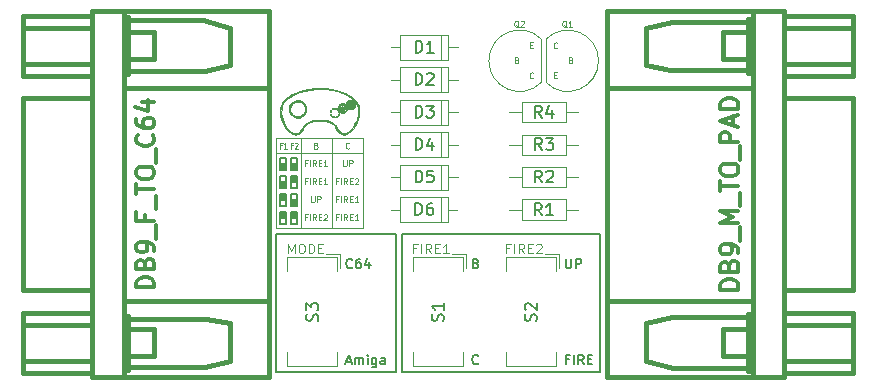
<source format=gto>
G04 #@! TF.GenerationSoftware,KiCad,Pcbnew,5.0.2-bee76a0~70~ubuntu16.04.1*
G04 #@! TF.CreationDate,2019-02-24T19:25:28+01:00*
G04 #@! TF.ProjectId,OpenC64MegaDrivePadAdapter,4f70656e-4336-4344-9d65-676144726976,5*
G04 #@! TF.SameCoordinates,Original*
G04 #@! TF.FileFunction,Legend,Top*
G04 #@! TF.FilePolarity,Positive*
%FSLAX46Y46*%
G04 Gerber Fmt 4.6, Leading zero omitted, Abs format (unit mm)*
G04 Created by KiCad (PCBNEW 5.0.2-bee76a0~70~ubuntu16.04.1) date dom 24 feb 2019 19:25:28 CET*
%MOMM*%
%LPD*%
G01*
G04 APERTURE LIST*
%ADD10C,0.100000*%
%ADD11C,0.075000*%
%ADD12C,0.200000*%
%ADD13C,0.150000*%
%ADD14C,0.010000*%
%ADD15C,0.120000*%
%ADD16C,0.381000*%
%ADD17C,0.304800*%
G04 APERTURE END LIST*
D10*
X169599457Y-93962180D02*
X169575648Y-93985989D01*
X169504219Y-94009799D01*
X169456600Y-94009799D01*
X169385172Y-93985989D01*
X169337553Y-93938370D01*
X169313743Y-93890751D01*
X169289934Y-93795513D01*
X169289934Y-93724085D01*
X169313743Y-93628847D01*
X169337553Y-93581228D01*
X169385172Y-93533609D01*
X169456600Y-93509799D01*
X169504219Y-93509799D01*
X169575648Y-93533609D01*
X169599457Y-93557418D01*
X169337553Y-91207894D02*
X169504219Y-91207894D01*
X169575648Y-91469799D02*
X169337553Y-91469799D01*
X169337553Y-90969799D01*
X169575648Y-90969799D01*
X168210410Y-92477894D02*
X168281838Y-92501704D01*
X168305648Y-92525513D01*
X168329457Y-92573132D01*
X168329457Y-92644561D01*
X168305648Y-92692180D01*
X168281838Y-92715989D01*
X168234219Y-92739799D01*
X168043743Y-92739799D01*
X168043743Y-92239799D01*
X168210410Y-92239799D01*
X168258029Y-92263609D01*
X168281838Y-92287418D01*
X168305648Y-92335037D01*
X168305648Y-92382656D01*
X168281838Y-92430275D01*
X168258029Y-92454085D01*
X168210410Y-92477894D01*
X168043743Y-92477894D01*
D11*
X150418895Y-105755285D02*
X150252228Y-105755285D01*
X150252228Y-106017190D02*
X150252228Y-105517190D01*
X150490323Y-105517190D01*
X150680800Y-106017190D02*
X150680800Y-105517190D01*
X151204609Y-106017190D02*
X151037942Y-105779095D01*
X150918895Y-106017190D02*
X150918895Y-105517190D01*
X151109371Y-105517190D01*
X151156990Y-105541000D01*
X151180800Y-105564809D01*
X151204609Y-105612428D01*
X151204609Y-105683857D01*
X151180800Y-105731476D01*
X151156990Y-105755285D01*
X151109371Y-105779095D01*
X150918895Y-105779095D01*
X151418895Y-105755285D02*
X151585561Y-105755285D01*
X151656990Y-106017190D02*
X151418895Y-106017190D01*
X151418895Y-105517190D01*
X151656990Y-105517190D01*
X151847466Y-105564809D02*
X151871276Y-105541000D01*
X151918895Y-105517190D01*
X152037942Y-105517190D01*
X152085561Y-105541000D01*
X152109371Y-105564809D01*
X152133180Y-105612428D01*
X152133180Y-105660047D01*
X152109371Y-105731476D01*
X151823657Y-106017190D01*
X152133180Y-106017190D01*
X153060495Y-105755285D02*
X152893828Y-105755285D01*
X152893828Y-106017190D02*
X152893828Y-105517190D01*
X153131923Y-105517190D01*
X153322400Y-106017190D02*
X153322400Y-105517190D01*
X153846209Y-106017190D02*
X153679542Y-105779095D01*
X153560495Y-106017190D02*
X153560495Y-105517190D01*
X153750971Y-105517190D01*
X153798590Y-105541000D01*
X153822400Y-105564809D01*
X153846209Y-105612428D01*
X153846209Y-105683857D01*
X153822400Y-105731476D01*
X153798590Y-105755285D01*
X153750971Y-105779095D01*
X153560495Y-105779095D01*
X154060495Y-105755285D02*
X154227161Y-105755285D01*
X154298590Y-106017190D02*
X154060495Y-106017190D01*
X154060495Y-105517190D01*
X154298590Y-105517190D01*
X154774780Y-106017190D02*
X154489066Y-106017190D01*
X154631923Y-106017190D02*
X154631923Y-105517190D01*
X154584304Y-105588619D01*
X154536685Y-105636238D01*
X154489066Y-105660047D01*
X150787942Y-103993190D02*
X150787942Y-104397952D01*
X150811752Y-104445571D01*
X150835561Y-104469380D01*
X150883180Y-104493190D01*
X150978419Y-104493190D01*
X151026038Y-104469380D01*
X151049847Y-104445571D01*
X151073657Y-104397952D01*
X151073657Y-103993190D01*
X151311752Y-104493190D02*
X151311752Y-103993190D01*
X151502228Y-103993190D01*
X151549847Y-104017000D01*
X151573657Y-104040809D01*
X151597466Y-104088428D01*
X151597466Y-104159857D01*
X151573657Y-104207476D01*
X151549847Y-104231285D01*
X151502228Y-104255095D01*
X151311752Y-104255095D01*
X153060495Y-104231285D02*
X152893828Y-104231285D01*
X152893828Y-104493190D02*
X152893828Y-103993190D01*
X153131923Y-103993190D01*
X153322400Y-104493190D02*
X153322400Y-103993190D01*
X153846209Y-104493190D02*
X153679542Y-104255095D01*
X153560495Y-104493190D02*
X153560495Y-103993190D01*
X153750971Y-103993190D01*
X153798590Y-104017000D01*
X153822400Y-104040809D01*
X153846209Y-104088428D01*
X153846209Y-104159857D01*
X153822400Y-104207476D01*
X153798590Y-104231285D01*
X153750971Y-104255095D01*
X153560495Y-104255095D01*
X154060495Y-104231285D02*
X154227161Y-104231285D01*
X154298590Y-104493190D02*
X154060495Y-104493190D01*
X154060495Y-103993190D01*
X154298590Y-103993190D01*
X154774780Y-104493190D02*
X154489066Y-104493190D01*
X154631923Y-104493190D02*
X154631923Y-103993190D01*
X154584304Y-104064619D01*
X154536685Y-104112238D01*
X154489066Y-104136047D01*
X153060495Y-102707285D02*
X152893828Y-102707285D01*
X152893828Y-102969190D02*
X152893828Y-102469190D01*
X153131923Y-102469190D01*
X153322400Y-102969190D02*
X153322400Y-102469190D01*
X153846209Y-102969190D02*
X153679542Y-102731095D01*
X153560495Y-102969190D02*
X153560495Y-102469190D01*
X153750971Y-102469190D01*
X153798590Y-102493000D01*
X153822400Y-102516809D01*
X153846209Y-102564428D01*
X153846209Y-102635857D01*
X153822400Y-102683476D01*
X153798590Y-102707285D01*
X153750971Y-102731095D01*
X153560495Y-102731095D01*
X154060495Y-102707285D02*
X154227161Y-102707285D01*
X154298590Y-102969190D02*
X154060495Y-102969190D01*
X154060495Y-102469190D01*
X154298590Y-102469190D01*
X154489066Y-102516809D02*
X154512876Y-102493000D01*
X154560495Y-102469190D01*
X154679542Y-102469190D01*
X154727161Y-102493000D01*
X154750971Y-102516809D01*
X154774780Y-102564428D01*
X154774780Y-102612047D01*
X154750971Y-102683476D01*
X154465257Y-102969190D01*
X154774780Y-102969190D01*
X150418895Y-102707285D02*
X150252228Y-102707285D01*
X150252228Y-102969190D02*
X150252228Y-102469190D01*
X150490323Y-102469190D01*
X150680800Y-102969190D02*
X150680800Y-102469190D01*
X151204609Y-102969190D02*
X151037942Y-102731095D01*
X150918895Y-102969190D02*
X150918895Y-102469190D01*
X151109371Y-102469190D01*
X151156990Y-102493000D01*
X151180800Y-102516809D01*
X151204609Y-102564428D01*
X151204609Y-102635857D01*
X151180800Y-102683476D01*
X151156990Y-102707285D01*
X151109371Y-102731095D01*
X150918895Y-102731095D01*
X151418895Y-102707285D02*
X151585561Y-102707285D01*
X151656990Y-102969190D02*
X151418895Y-102969190D01*
X151418895Y-102469190D01*
X151656990Y-102469190D01*
X152133180Y-102969190D02*
X151847466Y-102969190D01*
X151990323Y-102969190D02*
X151990323Y-102469190D01*
X151942704Y-102540619D01*
X151895085Y-102588238D01*
X151847466Y-102612047D01*
X153493042Y-100945190D02*
X153493042Y-101349952D01*
X153516852Y-101397571D01*
X153540661Y-101421380D01*
X153588280Y-101445190D01*
X153683519Y-101445190D01*
X153731138Y-101421380D01*
X153754947Y-101397571D01*
X153778757Y-101349952D01*
X153778757Y-100945190D01*
X154016852Y-101445190D02*
X154016852Y-100945190D01*
X154207328Y-100945190D01*
X154254947Y-100969000D01*
X154278757Y-100992809D01*
X154302566Y-101040428D01*
X154302566Y-101111857D01*
X154278757Y-101159476D01*
X154254947Y-101183285D01*
X154207328Y-101207095D01*
X154016852Y-101207095D01*
X150418895Y-101183285D02*
X150252228Y-101183285D01*
X150252228Y-101445190D02*
X150252228Y-100945190D01*
X150490323Y-100945190D01*
X150680800Y-101445190D02*
X150680800Y-100945190D01*
X151204609Y-101445190D02*
X151037942Y-101207095D01*
X150918895Y-101445190D02*
X150918895Y-100945190D01*
X151109371Y-100945190D01*
X151156990Y-100969000D01*
X151180800Y-100992809D01*
X151204609Y-101040428D01*
X151204609Y-101111857D01*
X151180800Y-101159476D01*
X151156990Y-101183285D01*
X151109371Y-101207095D01*
X150918895Y-101207095D01*
X151418895Y-101183285D02*
X151585561Y-101183285D01*
X151656990Y-101445190D02*
X151418895Y-101445190D01*
X151418895Y-100945190D01*
X151656990Y-100945190D01*
X152133180Y-101445190D02*
X151847466Y-101445190D01*
X151990323Y-101445190D02*
X151990323Y-100945190D01*
X151942704Y-101016619D01*
X151895085Y-101064238D01*
X151847466Y-101088047D01*
D10*
X152527000Y-99060000D02*
X152527000Y-106680000D01*
D12*
X149085300Y-101219000D02*
X149593300Y-101727000D01*
X149212300Y-101600000D02*
X149593300Y-101219000D01*
X148183600Y-101219000D02*
X148691600Y-101727000D01*
X148691600Y-101219000D02*
X148183600Y-101727000D01*
X148183600Y-102743000D02*
X148691600Y-103251000D01*
X148691600Y-102743000D02*
X148183600Y-103251000D01*
X148183600Y-104267000D02*
X148691600Y-103759000D01*
X148691600Y-104267000D02*
X148183600Y-103759000D01*
X149593300Y-104775000D02*
X149085300Y-104267000D01*
X149085300Y-104775000D02*
X149593300Y-104267000D01*
X149593300Y-104775000D02*
X149212300Y-104775000D01*
X148691600Y-101219000D02*
X148183600Y-101219000D01*
X149085300Y-101727000D02*
X149593300Y-101727000D01*
X149593300Y-101727000D02*
X149593300Y-100711000D01*
X149593300Y-100711000D02*
X149339300Y-100711000D01*
X149593300Y-101219000D02*
X149593300Y-100965000D01*
X149085300Y-100711000D02*
X149085300Y-101727000D01*
X148183600Y-101219000D02*
X148691600Y-101219000D01*
X148691600Y-101727000D02*
X148691600Y-100711000D01*
X149593300Y-101219000D02*
X149085300Y-101219000D01*
X148691600Y-101219000D02*
X148691600Y-100965000D01*
X148183600Y-100711000D02*
X148183600Y-101219000D01*
X148183600Y-101727000D02*
X148691600Y-101727000D01*
X149085300Y-100711000D02*
X149085300Y-101219000D01*
X148691600Y-100711000D02*
X148437600Y-100711000D01*
X148183600Y-100711000D02*
X148183600Y-101727000D01*
X148437600Y-100711000D02*
X148183600Y-100711000D01*
X149339300Y-100711000D02*
X149085300Y-100711000D01*
X149085300Y-101219000D02*
X149593300Y-101219000D01*
X148437600Y-102235000D02*
X148183600Y-102235000D01*
X149085300Y-102743000D02*
X149593300Y-102743000D01*
X148183600Y-102235000D02*
X148183600Y-102743000D01*
X148691600Y-102743000D02*
X148691600Y-102489000D01*
X149085300Y-102235000D02*
X149593300Y-102743000D01*
X148691600Y-102743000D02*
X148183600Y-102743000D01*
X149593300Y-103251000D02*
X149593300Y-102235000D01*
X149085300Y-102235000D02*
X149085300Y-103251000D01*
X148183600Y-102235000D02*
X148183600Y-103251000D01*
X149085300Y-102743000D02*
X149593300Y-102235000D01*
X149593300Y-102743000D02*
X149085300Y-102743000D01*
X149085300Y-102235000D02*
X149085300Y-102743000D01*
X148183600Y-102743000D02*
X148691600Y-102743000D01*
X148183600Y-103251000D02*
X148691600Y-103251000D01*
X149339300Y-102235000D02*
X149085300Y-102235000D01*
X148691600Y-102235000D02*
X148437600Y-102235000D01*
X149085300Y-103251000D02*
X149593300Y-103251000D01*
X148691600Y-103251000D02*
X148691600Y-102235000D01*
X149593300Y-102743000D02*
X149593300Y-102489000D01*
X149593300Y-102235000D02*
X149339300Y-102235000D01*
X148691600Y-103759000D02*
X148437600Y-103759000D01*
X148437600Y-103759000D02*
X148183600Y-103759000D01*
X149593300Y-104267000D02*
X149085300Y-104267000D01*
X149085300Y-103759000D02*
X149085300Y-104267000D01*
X148691600Y-104775000D02*
X148691600Y-103759000D01*
X149593300Y-104775000D02*
X149593300Y-103759000D01*
X148183600Y-104775000D02*
X148691600Y-104775000D01*
X149085300Y-103759000D02*
X149085300Y-104775000D01*
X148691600Y-104267000D02*
X148183600Y-104267000D01*
X148183600Y-103759000D02*
X148183600Y-104775000D01*
X149085300Y-104267000D02*
X149593300Y-104267000D01*
X148183600Y-104267000D02*
X148691600Y-104267000D01*
X148183600Y-103759000D02*
X148183600Y-104267000D01*
X149593300Y-103759000D02*
X149339300Y-103759000D01*
X149085300Y-104775000D02*
X149593300Y-104775000D01*
X149339300Y-103759000D02*
X149085300Y-103759000D01*
X148691600Y-104267000D02*
X148691600Y-104013000D01*
X149593300Y-104267000D02*
X149593300Y-104013000D01*
X149593300Y-105283000D02*
X149339300Y-105283000D01*
X149339300Y-105283000D02*
X149085300Y-105283000D01*
X149593300Y-106299000D02*
X149593300Y-105283000D01*
X149085300Y-105791000D02*
X149593300Y-105283000D01*
X149085300Y-105283000D02*
X149593300Y-105791000D01*
X149085300Y-106299000D02*
X149593300Y-106299000D01*
X149593300Y-105791000D02*
X149085300Y-105791000D01*
X149085300Y-105283000D02*
X149085300Y-106299000D01*
X149085300Y-105791000D02*
X149593300Y-105791000D01*
X149085300Y-105283000D02*
X149085300Y-105791000D01*
X149593300Y-105791000D02*
X149593300Y-105537000D01*
X148183600Y-105791000D02*
X148691600Y-105283000D01*
X148691600Y-105791000D02*
X148183600Y-105791000D01*
X148183600Y-105283000D02*
X148691600Y-105791000D01*
X148691600Y-105791000D02*
X148691600Y-105537000D01*
X148183600Y-105791000D02*
X148691600Y-105791000D01*
X148183600Y-105283000D02*
X148183600Y-105791000D01*
X148437600Y-105283000D02*
X148183600Y-105283000D01*
X148691600Y-105283000D02*
X148437600Y-105283000D01*
X148691600Y-106299000D02*
X148691600Y-105283000D01*
X148183600Y-106299000D02*
X148691600Y-106299000D01*
X148183600Y-105283000D02*
X148183600Y-106299000D01*
D10*
X147828000Y-100330000D02*
X155194000Y-100330000D01*
X149910800Y-99060000D02*
X149910800Y-106680000D01*
X154027961Y-99898971D02*
X154004152Y-99922780D01*
X153932723Y-99946590D01*
X153885104Y-99946590D01*
X153813676Y-99922780D01*
X153766057Y-99875161D01*
X153742247Y-99827542D01*
X153718438Y-99732304D01*
X153718438Y-99660876D01*
X153742247Y-99565638D01*
X153766057Y-99518019D01*
X153813676Y-99470400D01*
X153885104Y-99446590D01*
X153932723Y-99446590D01*
X154004152Y-99470400D01*
X154027961Y-99494209D01*
X151216514Y-99684685D02*
X151287942Y-99708495D01*
X151311752Y-99732304D01*
X151335561Y-99779923D01*
X151335561Y-99851352D01*
X151311752Y-99898971D01*
X151287942Y-99922780D01*
X151240323Y-99946590D01*
X151049847Y-99946590D01*
X151049847Y-99446590D01*
X151216514Y-99446590D01*
X151264133Y-99470400D01*
X151287942Y-99494209D01*
X151311752Y-99541828D01*
X151311752Y-99589447D01*
X151287942Y-99637066D01*
X151264133Y-99660876D01*
X151216514Y-99684685D01*
X151049847Y-99684685D01*
D11*
X149218666Y-99684685D02*
X149085333Y-99684685D01*
X149085333Y-99946590D02*
X149085333Y-99446590D01*
X149275809Y-99446590D01*
X149409142Y-99494209D02*
X149428190Y-99470400D01*
X149466285Y-99446590D01*
X149561523Y-99446590D01*
X149599619Y-99470400D01*
X149618666Y-99494209D01*
X149637714Y-99541828D01*
X149637714Y-99589447D01*
X149618666Y-99660876D01*
X149390095Y-99946590D01*
X149637714Y-99946590D01*
X148304266Y-99684685D02*
X148170933Y-99684685D01*
X148170933Y-99946590D02*
X148170933Y-99446590D01*
X148361409Y-99446590D01*
X148723314Y-99946590D02*
X148494742Y-99946590D01*
X148609028Y-99946590D02*
X148609028Y-99446590D01*
X148570933Y-99518019D01*
X148532838Y-99565638D01*
X148494742Y-99589447D01*
D10*
X147828000Y-106680000D02*
X147828000Y-99060000D01*
X155194000Y-106680000D02*
X147828000Y-106680000D01*
X155194000Y-99060000D02*
X155194000Y-106680000D01*
X147828000Y-99060000D02*
X155194000Y-99060000D01*
X171369553Y-93747894D02*
X171536219Y-93747894D01*
X171607648Y-94009799D02*
X171369553Y-94009799D01*
X171369553Y-93509799D01*
X171607648Y-93509799D01*
X172782410Y-92477894D02*
X172853838Y-92501704D01*
X172877648Y-92525513D01*
X172901457Y-92573132D01*
X172901457Y-92644561D01*
X172877648Y-92692180D01*
X172853838Y-92715989D01*
X172806219Y-92739799D01*
X172615743Y-92739799D01*
X172615743Y-92239799D01*
X172782410Y-92239799D01*
X172830029Y-92263609D01*
X172853838Y-92287418D01*
X172877648Y-92335037D01*
X172877648Y-92382656D01*
X172853838Y-92430275D01*
X172830029Y-92454085D01*
X172782410Y-92477894D01*
X172615743Y-92477894D01*
X171631457Y-91422180D02*
X171607648Y-91445989D01*
X171536219Y-91469799D01*
X171488600Y-91469799D01*
X171417172Y-91445989D01*
X171369553Y-91398370D01*
X171345743Y-91350751D01*
X171321934Y-91255513D01*
X171321934Y-91184085D01*
X171345743Y-91088847D01*
X171369553Y-91041228D01*
X171417172Y-90993609D01*
X171488600Y-90969799D01*
X171536219Y-90969799D01*
X171607648Y-90993609D01*
X171631457Y-91017418D01*
X148841285Y-108815904D02*
X148841285Y-108015904D01*
X149107952Y-108587333D01*
X149374619Y-108015904D01*
X149374619Y-108815904D01*
X149907952Y-108015904D02*
X150060333Y-108015904D01*
X150136523Y-108054000D01*
X150212714Y-108130190D01*
X150250809Y-108282571D01*
X150250809Y-108549238D01*
X150212714Y-108701619D01*
X150136523Y-108777809D01*
X150060333Y-108815904D01*
X149907952Y-108815904D01*
X149831761Y-108777809D01*
X149755571Y-108701619D01*
X149717476Y-108549238D01*
X149717476Y-108282571D01*
X149755571Y-108130190D01*
X149831761Y-108054000D01*
X149907952Y-108015904D01*
X150593666Y-108815904D02*
X150593666Y-108015904D01*
X150784142Y-108015904D01*
X150898428Y-108054000D01*
X150974619Y-108130190D01*
X151012714Y-108206380D01*
X151050809Y-108358761D01*
X151050809Y-108473047D01*
X151012714Y-108625428D01*
X150974619Y-108701619D01*
X150898428Y-108777809D01*
X150784142Y-108815904D01*
X150593666Y-108815904D01*
X151393666Y-108396857D02*
X151660333Y-108396857D01*
X151774619Y-108815904D02*
X151393666Y-108815904D01*
X151393666Y-108015904D01*
X151774619Y-108015904D01*
D13*
X153765880Y-117989333D02*
X154146833Y-117989333D01*
X153689690Y-118217904D02*
X153956357Y-117417904D01*
X154223023Y-118217904D01*
X154489690Y-118217904D02*
X154489690Y-117684571D01*
X154489690Y-117760761D02*
X154527785Y-117722666D01*
X154603976Y-117684571D01*
X154718261Y-117684571D01*
X154794452Y-117722666D01*
X154832547Y-117798857D01*
X154832547Y-118217904D01*
X154832547Y-117798857D02*
X154870642Y-117722666D01*
X154946833Y-117684571D01*
X155061119Y-117684571D01*
X155137309Y-117722666D01*
X155175404Y-117798857D01*
X155175404Y-118217904D01*
X155556357Y-118217904D02*
X155556357Y-117684571D01*
X155556357Y-117417904D02*
X155518261Y-117456000D01*
X155556357Y-117494095D01*
X155594452Y-117456000D01*
X155556357Y-117417904D01*
X155556357Y-117494095D01*
X156280166Y-117684571D02*
X156280166Y-118332190D01*
X156242071Y-118408380D01*
X156203976Y-118446476D01*
X156127785Y-118484571D01*
X156013500Y-118484571D01*
X155937309Y-118446476D01*
X156280166Y-118179809D02*
X156203976Y-118217904D01*
X156051595Y-118217904D01*
X155975404Y-118179809D01*
X155937309Y-118141714D01*
X155899214Y-118065523D01*
X155899214Y-117836952D01*
X155937309Y-117760761D01*
X155975404Y-117722666D01*
X156051595Y-117684571D01*
X156203976Y-117684571D01*
X156280166Y-117722666D01*
X157003976Y-118217904D02*
X157003976Y-117798857D01*
X156965880Y-117722666D01*
X156889690Y-117684571D01*
X156737309Y-117684571D01*
X156661119Y-117722666D01*
X157003976Y-118179809D02*
X156927785Y-118217904D01*
X156737309Y-118217904D01*
X156661119Y-118179809D01*
X156623023Y-118103619D01*
X156623023Y-118027428D01*
X156661119Y-117951238D01*
X156737309Y-117913142D01*
X156927785Y-117913142D01*
X157003976Y-117875047D01*
X154261119Y-110013714D02*
X154223023Y-110051809D01*
X154108738Y-110089904D01*
X154032547Y-110089904D01*
X153918261Y-110051809D01*
X153842071Y-109975619D01*
X153803976Y-109899428D01*
X153765880Y-109747047D01*
X153765880Y-109632761D01*
X153803976Y-109480380D01*
X153842071Y-109404190D01*
X153918261Y-109328000D01*
X154032547Y-109289904D01*
X154108738Y-109289904D01*
X154223023Y-109328000D01*
X154261119Y-109366095D01*
X154946833Y-109289904D02*
X154794452Y-109289904D01*
X154718261Y-109328000D01*
X154680166Y-109366095D01*
X154603976Y-109480380D01*
X154565880Y-109632761D01*
X154565880Y-109937523D01*
X154603976Y-110013714D01*
X154642071Y-110051809D01*
X154718261Y-110089904D01*
X154870642Y-110089904D01*
X154946833Y-110051809D01*
X154984928Y-110013714D01*
X155023023Y-109937523D01*
X155023023Y-109747047D01*
X154984928Y-109670857D01*
X154946833Y-109632761D01*
X154870642Y-109594666D01*
X154718261Y-109594666D01*
X154642071Y-109632761D01*
X154603976Y-109670857D01*
X154565880Y-109747047D01*
X155708738Y-109556571D02*
X155708738Y-110089904D01*
X155518261Y-109251809D02*
X155327785Y-109823238D01*
X155823023Y-109823238D01*
D12*
X157988000Y-107188000D02*
X147828000Y-107188000D01*
X157988000Y-118872000D02*
X157988000Y-107188000D01*
X147828000Y-118872000D02*
X157988000Y-118872000D01*
X147828000Y-107188000D02*
X147828000Y-118872000D01*
D13*
X172612642Y-117798857D02*
X172345976Y-117798857D01*
X172345976Y-118217904D02*
X172345976Y-117417904D01*
X172726928Y-117417904D01*
X173031690Y-118217904D02*
X173031690Y-117417904D01*
X173869785Y-118217904D02*
X173603119Y-117836952D01*
X173412642Y-118217904D02*
X173412642Y-117417904D01*
X173717404Y-117417904D01*
X173793595Y-117456000D01*
X173831690Y-117494095D01*
X173869785Y-117570285D01*
X173869785Y-117684571D01*
X173831690Y-117760761D01*
X173793595Y-117798857D01*
X173717404Y-117836952D01*
X173412642Y-117836952D01*
X174212642Y-117798857D02*
X174479309Y-117798857D01*
X174593595Y-118217904D02*
X174212642Y-118217904D01*
X174212642Y-117417904D01*
X174593595Y-117417904D01*
X172345976Y-109289904D02*
X172345976Y-109937523D01*
X172384071Y-110013714D01*
X172422166Y-110051809D01*
X172498357Y-110089904D01*
X172650738Y-110089904D01*
X172726928Y-110051809D01*
X172765023Y-110013714D01*
X172803119Y-109937523D01*
X172803119Y-109289904D01*
X173184071Y-110089904D02*
X173184071Y-109289904D01*
X173488833Y-109289904D01*
X173565023Y-109328000D01*
X173603119Y-109366095D01*
X173641214Y-109442285D01*
X173641214Y-109556571D01*
X173603119Y-109632761D01*
X173565023Y-109670857D01*
X173488833Y-109708952D01*
X173184071Y-109708952D01*
D10*
X167573761Y-108396857D02*
X167307095Y-108396857D01*
X167307095Y-108815904D02*
X167307095Y-108015904D01*
X167688047Y-108015904D01*
X167992809Y-108815904D02*
X167992809Y-108015904D01*
X168830904Y-108815904D02*
X168564238Y-108434952D01*
X168373761Y-108815904D02*
X168373761Y-108015904D01*
X168678523Y-108015904D01*
X168754714Y-108054000D01*
X168792809Y-108092095D01*
X168830904Y-108168285D01*
X168830904Y-108282571D01*
X168792809Y-108358761D01*
X168754714Y-108396857D01*
X168678523Y-108434952D01*
X168373761Y-108434952D01*
X169173761Y-108396857D02*
X169440428Y-108396857D01*
X169554714Y-108815904D02*
X169173761Y-108815904D01*
X169173761Y-108015904D01*
X169554714Y-108015904D01*
X169859476Y-108092095D02*
X169897571Y-108054000D01*
X169973761Y-108015904D01*
X170164238Y-108015904D01*
X170240428Y-108054000D01*
X170278523Y-108092095D01*
X170316619Y-108168285D01*
X170316619Y-108244476D01*
X170278523Y-108358761D01*
X169821380Y-108815904D01*
X170316619Y-108815904D01*
D13*
X164929119Y-118141714D02*
X164891023Y-118179809D01*
X164776738Y-118217904D01*
X164700547Y-118217904D01*
X164586261Y-118179809D01*
X164510071Y-118103619D01*
X164471976Y-118027428D01*
X164433880Y-117875047D01*
X164433880Y-117760761D01*
X164471976Y-117608380D01*
X164510071Y-117532190D01*
X164586261Y-117456000D01*
X164700547Y-117417904D01*
X164776738Y-117417904D01*
X164891023Y-117456000D01*
X164929119Y-117494095D01*
X164738642Y-109670857D02*
X164852928Y-109708952D01*
X164891023Y-109747047D01*
X164929119Y-109823238D01*
X164929119Y-109937523D01*
X164891023Y-110013714D01*
X164852928Y-110051809D01*
X164776738Y-110089904D01*
X164471976Y-110089904D01*
X164471976Y-109289904D01*
X164738642Y-109289904D01*
X164814833Y-109328000D01*
X164852928Y-109366095D01*
X164891023Y-109442285D01*
X164891023Y-109518476D01*
X164852928Y-109594666D01*
X164814833Y-109632761D01*
X164738642Y-109670857D01*
X164471976Y-109670857D01*
D10*
X159699761Y-108396857D02*
X159433095Y-108396857D01*
X159433095Y-108815904D02*
X159433095Y-108015904D01*
X159814047Y-108015904D01*
X160118809Y-108815904D02*
X160118809Y-108015904D01*
X160956904Y-108815904D02*
X160690238Y-108434952D01*
X160499761Y-108815904D02*
X160499761Y-108015904D01*
X160804523Y-108015904D01*
X160880714Y-108054000D01*
X160918809Y-108092095D01*
X160956904Y-108168285D01*
X160956904Y-108282571D01*
X160918809Y-108358761D01*
X160880714Y-108396857D01*
X160804523Y-108434952D01*
X160499761Y-108434952D01*
X161299761Y-108396857D02*
X161566428Y-108396857D01*
X161680714Y-108815904D02*
X161299761Y-108815904D01*
X161299761Y-108015904D01*
X161680714Y-108015904D01*
X162442619Y-108815904D02*
X161985476Y-108815904D01*
X162214047Y-108815904D02*
X162214047Y-108015904D01*
X162137857Y-108130190D01*
X162061666Y-108206380D01*
X161985476Y-108244476D01*
D12*
X175260000Y-107188000D02*
X158496000Y-107188000D01*
X175260000Y-118872000D02*
X175260000Y-107188000D01*
X158496000Y-118872000D02*
X175260000Y-118872000D01*
X158496000Y-107188000D02*
X158496000Y-118872000D01*
D13*
G04 #@! TO.C,V1*
X154135323Y-96212660D02*
G75*
G03X154135323Y-96212660I-25903J0D01*
G01*
X154233094Y-96205040D02*
G75*
G03X154233094Y-96205040I-118594J0D01*
G01*
X154367201Y-96205040D02*
G75*
G03X154367201Y-96205040I-250161J0D01*
G01*
X153444651Y-96499680D02*
G75*
G03X153444651Y-96499680I-18491J0D01*
G01*
X153540460Y-96507300D02*
G75*
G03X153540460Y-96507300I-109220J0D01*
G01*
X153673873Y-96507300D02*
G75*
G03X153673873Y-96507300I-242633J0D01*
G01*
D14*
G36*
X151996999Y-94828643D02*
X152471479Y-94891661D01*
X152860591Y-94975095D01*
X153116907Y-95049023D01*
X153374074Y-95140268D01*
X153624536Y-95245114D01*
X153860738Y-95359843D01*
X154075125Y-95480740D01*
X154260142Y-95604087D01*
X154408235Y-95726167D01*
X154429681Y-95747013D01*
X154595329Y-95940235D01*
X154719929Y-96148943D01*
X154804932Y-96376817D01*
X154851793Y-96627536D01*
X154862802Y-96843210D01*
X154839945Y-97145658D01*
X154773071Y-97443970D01*
X154664298Y-97733315D01*
X154515744Y-98008863D01*
X154329528Y-98265783D01*
X154157274Y-98452311D01*
X154014315Y-98581128D01*
X153885152Y-98673044D01*
X153762179Y-98732032D01*
X153637789Y-98762066D01*
X153553071Y-98767939D01*
X153457853Y-98763788D01*
X153383871Y-98744629D01*
X153310455Y-98706421D01*
X153191670Y-98625762D01*
X153095975Y-98538665D01*
X153012329Y-98432977D01*
X152929693Y-98296548D01*
X152917167Y-98273546D01*
X152838433Y-98135257D01*
X152767119Y-98030917D01*
X152694593Y-97951217D01*
X152612221Y-97886850D01*
X152511370Y-97828507D01*
X152498124Y-97821727D01*
X152233448Y-97712368D01*
X151948940Y-97639858D01*
X151652533Y-97604197D01*
X151352163Y-97605383D01*
X151055762Y-97643415D01*
X150771267Y-97718294D01*
X150522553Y-97821889D01*
X150402590Y-97892518D01*
X150302878Y-97976736D01*
X150214954Y-98083843D01*
X150130355Y-98223134D01*
X150094378Y-98292277D01*
X149989052Y-98465834D01*
X149867515Y-98602360D01*
X149732992Y-98699951D01*
X149588710Y-98756703D01*
X149437894Y-98770712D01*
X149317726Y-98750723D01*
X149204438Y-98709551D01*
X149095259Y-98648455D01*
X148981491Y-98561443D01*
X148854432Y-98442520D01*
X148820768Y-98408332D01*
X148681049Y-98255052D01*
X148566856Y-98105643D01*
X148467000Y-97943796D01*
X148370290Y-97753203D01*
X148368248Y-97748849D01*
X148257201Y-97469596D01*
X148188573Y-97193176D01*
X148160239Y-96910387D01*
X148159198Y-96843210D01*
X148160010Y-96819539D01*
X148262806Y-96819539D01*
X148265215Y-96912420D01*
X148298157Y-97181891D01*
X148368059Y-97452281D01*
X148470930Y-97715838D01*
X148602781Y-97964811D01*
X148759621Y-98191447D01*
X148937461Y-98387995D01*
X149091572Y-98517920D01*
X149242870Y-98609202D01*
X149387026Y-98656063D01*
X149522989Y-98658310D01*
X149642613Y-98619453D01*
X149757495Y-98547834D01*
X149854242Y-98456053D01*
X149941662Y-98334524D01*
X149999991Y-98230546D01*
X150056891Y-98128509D01*
X150119350Y-98028521D01*
X150176710Y-97947304D01*
X150194598Y-97925252D01*
X150293473Y-97835547D01*
X150430409Y-97748506D01*
X150597348Y-97668235D01*
X150786232Y-97598839D01*
X150899647Y-97565982D01*
X150994048Y-97542523D01*
X151077059Y-97525966D01*
X151160445Y-97515145D01*
X151255974Y-97508895D01*
X151375413Y-97506051D01*
X151511000Y-97505440D01*
X151661531Y-97506237D01*
X151777704Y-97509405D01*
X151871287Y-97516109D01*
X151954046Y-97527515D01*
X152037748Y-97544787D01*
X152122354Y-97565982D01*
X152302148Y-97621424D01*
X152471059Y-97689107D01*
X152620136Y-97764553D01*
X152740432Y-97843282D01*
X152817103Y-97913718D01*
X152864240Y-97976958D01*
X152922108Y-98066478D01*
X152981140Y-98167126D01*
X153006167Y-98213205D01*
X153099345Y-98368650D01*
X153198013Y-98487322D01*
X153310806Y-98578480D01*
X153389501Y-98624153D01*
X153506266Y-98659578D01*
X153633375Y-98654117D01*
X153767559Y-98610966D01*
X153905544Y-98533325D01*
X154044061Y-98424393D01*
X154179837Y-98287366D01*
X154309602Y-98125444D01*
X154430084Y-97941824D01*
X154538012Y-97739705D01*
X154630115Y-97522286D01*
X154684914Y-97357655D01*
X154729715Y-97163293D01*
X154755011Y-96957981D01*
X154759976Y-96756819D01*
X154743784Y-96574911D01*
X154731220Y-96511013D01*
X154657463Y-96281262D01*
X154550725Y-96069336D01*
X154415810Y-95882504D01*
X154257524Y-95728031D01*
X154172540Y-95666126D01*
X153791136Y-95444274D01*
X153387460Y-95260507D01*
X152965571Y-95115023D01*
X152529528Y-95008022D01*
X152083393Y-94939700D01*
X151631225Y-94910256D01*
X151177083Y-94919887D01*
X150725029Y-94968793D01*
X150279120Y-95057170D01*
X149843419Y-95185217D01*
X149421984Y-95353131D01*
X149267516Y-95426887D01*
X149044157Y-95545770D01*
X148862353Y-95658596D01*
X148718351Y-95768030D01*
X148608400Y-95876735D01*
X148574420Y-95918865D01*
X148434108Y-96133583D01*
X148337046Y-96349985D01*
X148280768Y-96575995D01*
X148262806Y-96819539D01*
X148160010Y-96819539D01*
X148165922Y-96647338D01*
X148188719Y-96480128D01*
X148231226Y-96325811D01*
X148297078Y-96168616D01*
X148329761Y-96103338D01*
X148419723Y-95950348D01*
X148524237Y-95813940D01*
X148649052Y-95689256D01*
X148799915Y-95571438D01*
X148982575Y-95455630D01*
X149202779Y-95336974D01*
X149284751Y-95296323D01*
X149698957Y-95119646D01*
X150134113Y-94981939D01*
X150585856Y-94883594D01*
X151049826Y-94825001D01*
X151521661Y-94806554D01*
X151996999Y-94828643D01*
X151996999Y-94828643D01*
G37*
X151996999Y-94828643D02*
X152471479Y-94891661D01*
X152860591Y-94975095D01*
X153116907Y-95049023D01*
X153374074Y-95140268D01*
X153624536Y-95245114D01*
X153860738Y-95359843D01*
X154075125Y-95480740D01*
X154260142Y-95604087D01*
X154408235Y-95726167D01*
X154429681Y-95747013D01*
X154595329Y-95940235D01*
X154719929Y-96148943D01*
X154804932Y-96376817D01*
X154851793Y-96627536D01*
X154862802Y-96843210D01*
X154839945Y-97145658D01*
X154773071Y-97443970D01*
X154664298Y-97733315D01*
X154515744Y-98008863D01*
X154329528Y-98265783D01*
X154157274Y-98452311D01*
X154014315Y-98581128D01*
X153885152Y-98673044D01*
X153762179Y-98732032D01*
X153637789Y-98762066D01*
X153553071Y-98767939D01*
X153457853Y-98763788D01*
X153383871Y-98744629D01*
X153310455Y-98706421D01*
X153191670Y-98625762D01*
X153095975Y-98538665D01*
X153012329Y-98432977D01*
X152929693Y-98296548D01*
X152917167Y-98273546D01*
X152838433Y-98135257D01*
X152767119Y-98030917D01*
X152694593Y-97951217D01*
X152612221Y-97886850D01*
X152511370Y-97828507D01*
X152498124Y-97821727D01*
X152233448Y-97712368D01*
X151948940Y-97639858D01*
X151652533Y-97604197D01*
X151352163Y-97605383D01*
X151055762Y-97643415D01*
X150771267Y-97718294D01*
X150522553Y-97821889D01*
X150402590Y-97892518D01*
X150302878Y-97976736D01*
X150214954Y-98083843D01*
X150130355Y-98223134D01*
X150094378Y-98292277D01*
X149989052Y-98465834D01*
X149867515Y-98602360D01*
X149732992Y-98699951D01*
X149588710Y-98756703D01*
X149437894Y-98770712D01*
X149317726Y-98750723D01*
X149204438Y-98709551D01*
X149095259Y-98648455D01*
X148981491Y-98561443D01*
X148854432Y-98442520D01*
X148820768Y-98408332D01*
X148681049Y-98255052D01*
X148566856Y-98105643D01*
X148467000Y-97943796D01*
X148370290Y-97753203D01*
X148368248Y-97748849D01*
X148257201Y-97469596D01*
X148188573Y-97193176D01*
X148160239Y-96910387D01*
X148159198Y-96843210D01*
X148160010Y-96819539D01*
X148262806Y-96819539D01*
X148265215Y-96912420D01*
X148298157Y-97181891D01*
X148368059Y-97452281D01*
X148470930Y-97715838D01*
X148602781Y-97964811D01*
X148759621Y-98191447D01*
X148937461Y-98387995D01*
X149091572Y-98517920D01*
X149242870Y-98609202D01*
X149387026Y-98656063D01*
X149522989Y-98658310D01*
X149642613Y-98619453D01*
X149757495Y-98547834D01*
X149854242Y-98456053D01*
X149941662Y-98334524D01*
X149999991Y-98230546D01*
X150056891Y-98128509D01*
X150119350Y-98028521D01*
X150176710Y-97947304D01*
X150194598Y-97925252D01*
X150293473Y-97835547D01*
X150430409Y-97748506D01*
X150597348Y-97668235D01*
X150786232Y-97598839D01*
X150899647Y-97565982D01*
X150994048Y-97542523D01*
X151077059Y-97525966D01*
X151160445Y-97515145D01*
X151255974Y-97508895D01*
X151375413Y-97506051D01*
X151511000Y-97505440D01*
X151661531Y-97506237D01*
X151777704Y-97509405D01*
X151871287Y-97516109D01*
X151954046Y-97527515D01*
X152037748Y-97544787D01*
X152122354Y-97565982D01*
X152302148Y-97621424D01*
X152471059Y-97689107D01*
X152620136Y-97764553D01*
X152740432Y-97843282D01*
X152817103Y-97913718D01*
X152864240Y-97976958D01*
X152922108Y-98066478D01*
X152981140Y-98167126D01*
X153006167Y-98213205D01*
X153099345Y-98368650D01*
X153198013Y-98487322D01*
X153310806Y-98578480D01*
X153389501Y-98624153D01*
X153506266Y-98659578D01*
X153633375Y-98654117D01*
X153767559Y-98610966D01*
X153905544Y-98533325D01*
X154044061Y-98424393D01*
X154179837Y-98287366D01*
X154309602Y-98125444D01*
X154430084Y-97941824D01*
X154538012Y-97739705D01*
X154630115Y-97522286D01*
X154684914Y-97357655D01*
X154729715Y-97163293D01*
X154755011Y-96957981D01*
X154759976Y-96756819D01*
X154743784Y-96574911D01*
X154731220Y-96511013D01*
X154657463Y-96281262D01*
X154550725Y-96069336D01*
X154415810Y-95882504D01*
X154257524Y-95728031D01*
X154172540Y-95666126D01*
X153791136Y-95444274D01*
X153387460Y-95260507D01*
X152965571Y-95115023D01*
X152529528Y-95008022D01*
X152083393Y-94939700D01*
X151631225Y-94910256D01*
X151177083Y-94919887D01*
X150725029Y-94968793D01*
X150279120Y-95057170D01*
X149843419Y-95185217D01*
X149421984Y-95353131D01*
X149267516Y-95426887D01*
X149044157Y-95545770D01*
X148862353Y-95658596D01*
X148718351Y-95768030D01*
X148608400Y-95876735D01*
X148574420Y-95918865D01*
X148434108Y-96133583D01*
X148337046Y-96349985D01*
X148280768Y-96575995D01*
X148262806Y-96819539D01*
X148160010Y-96819539D01*
X148165922Y-96647338D01*
X148188719Y-96480128D01*
X148231226Y-96325811D01*
X148297078Y-96168616D01*
X148329761Y-96103338D01*
X148419723Y-95950348D01*
X148524237Y-95813940D01*
X148649052Y-95689256D01*
X148799915Y-95571438D01*
X148982575Y-95455630D01*
X149202779Y-95336974D01*
X149284751Y-95296323D01*
X149698957Y-95119646D01*
X150134113Y-94981939D01*
X150585856Y-94883594D01*
X151049826Y-94825001D01*
X151521661Y-94806554D01*
X151996999Y-94828643D01*
G36*
X149763744Y-95868382D02*
X149933904Y-95923870D01*
X150087735Y-96018406D01*
X150181263Y-96106268D01*
X150270075Y-96225389D01*
X150325934Y-96353467D01*
X150353051Y-96502580D01*
X150357278Y-96610853D01*
X150339983Y-96785969D01*
X150286304Y-96937080D01*
X150192813Y-97072468D01*
X150146013Y-97121636D01*
X150018964Y-97225792D01*
X149886537Y-97290785D01*
X149736253Y-97321554D01*
X149630800Y-97325632D01*
X149527561Y-97320373D01*
X149428443Y-97308020D01*
X149353549Y-97291144D01*
X149348761Y-97289519D01*
X149240352Y-97232867D01*
X149130703Y-97144294D01*
X149032500Y-97035866D01*
X148958430Y-96919650D01*
X148957167Y-96917094D01*
X148923800Y-96842402D01*
X148904387Y-96775483D01*
X148895499Y-96698633D01*
X148894712Y-96652639D01*
X148995421Y-96652639D01*
X149031922Y-96810327D01*
X149050768Y-96855228D01*
X149143396Y-97005286D01*
X149262194Y-97118837D01*
X149402751Y-97193929D01*
X149560657Y-97228605D01*
X149731501Y-97220911D01*
X149826119Y-97198887D01*
X149954783Y-97138856D01*
X150072127Y-97043793D01*
X150167277Y-96924803D01*
X150229355Y-96792993D01*
X150231904Y-96784527D01*
X150258719Y-96616763D01*
X150243586Y-96453828D01*
X150189520Y-96302743D01*
X150099533Y-96170528D01*
X149976637Y-96064205D01*
X149905411Y-96023731D01*
X149795408Y-95987606D01*
X149664770Y-95970409D01*
X149532061Y-95972736D01*
X149415845Y-95995185D01*
X149384552Y-96006988D01*
X149239643Y-96093864D01*
X149125535Y-96208832D01*
X149044968Y-96344927D01*
X149000683Y-96495185D01*
X148995421Y-96652639D01*
X148894712Y-96652639D01*
X148893709Y-96594150D01*
X148893734Y-96589441D01*
X148903723Y-96438236D01*
X148935679Y-96314261D01*
X148995619Y-96204182D01*
X149089561Y-96094664D01*
X149138129Y-96047914D01*
X149235212Y-95966523D01*
X149323382Y-95913728D01*
X149405105Y-95883360D01*
X149584922Y-95854145D01*
X149763744Y-95868382D01*
X149763744Y-95868382D01*
G37*
X149763744Y-95868382D02*
X149933904Y-95923870D01*
X150087735Y-96018406D01*
X150181263Y-96106268D01*
X150270075Y-96225389D01*
X150325934Y-96353467D01*
X150353051Y-96502580D01*
X150357278Y-96610853D01*
X150339983Y-96785969D01*
X150286304Y-96937080D01*
X150192813Y-97072468D01*
X150146013Y-97121636D01*
X150018964Y-97225792D01*
X149886537Y-97290785D01*
X149736253Y-97321554D01*
X149630800Y-97325632D01*
X149527561Y-97320373D01*
X149428443Y-97308020D01*
X149353549Y-97291144D01*
X149348761Y-97289519D01*
X149240352Y-97232867D01*
X149130703Y-97144294D01*
X149032500Y-97035866D01*
X148958430Y-96919650D01*
X148957167Y-96917094D01*
X148923800Y-96842402D01*
X148904387Y-96775483D01*
X148895499Y-96698633D01*
X148894712Y-96652639D01*
X148995421Y-96652639D01*
X149031922Y-96810327D01*
X149050768Y-96855228D01*
X149143396Y-97005286D01*
X149262194Y-97118837D01*
X149402751Y-97193929D01*
X149560657Y-97228605D01*
X149731501Y-97220911D01*
X149826119Y-97198887D01*
X149954783Y-97138856D01*
X150072127Y-97043793D01*
X150167277Y-96924803D01*
X150229355Y-96792993D01*
X150231904Y-96784527D01*
X150258719Y-96616763D01*
X150243586Y-96453828D01*
X150189520Y-96302743D01*
X150099533Y-96170528D01*
X149976637Y-96064205D01*
X149905411Y-96023731D01*
X149795408Y-95987606D01*
X149664770Y-95970409D01*
X149532061Y-95972736D01*
X149415845Y-95995185D01*
X149384552Y-96006988D01*
X149239643Y-96093864D01*
X149125535Y-96208832D01*
X149044968Y-96344927D01*
X149000683Y-96495185D01*
X148995421Y-96652639D01*
X148894712Y-96652639D01*
X148893709Y-96594150D01*
X148893734Y-96589441D01*
X148903723Y-96438236D01*
X148935679Y-96314261D01*
X148995619Y-96204182D01*
X149089561Y-96094664D01*
X149138129Y-96047914D01*
X149235212Y-95966523D01*
X149323382Y-95913728D01*
X149405105Y-95883360D01*
X149584922Y-95854145D01*
X149763744Y-95868382D01*
G36*
X152665674Y-97200307D02*
X152693253Y-97227637D01*
X152694042Y-97259271D01*
X152665165Y-97296989D01*
X152614319Y-97300587D01*
X152572217Y-97282020D01*
X152550214Y-97260958D01*
X152563042Y-97235233D01*
X152575412Y-97222327D01*
X152621240Y-97196932D01*
X152665674Y-97200307D01*
X152665674Y-97200307D01*
G37*
X152665674Y-97200307D02*
X152693253Y-97227637D01*
X152694042Y-97259271D01*
X152665165Y-97296989D01*
X152614319Y-97300587D01*
X152572217Y-97282020D01*
X152550214Y-97260958D01*
X152563042Y-97235233D01*
X152575412Y-97222327D01*
X152621240Y-97196932D01*
X152665674Y-97200307D01*
G36*
X152974102Y-97166130D02*
X152999721Y-97190043D01*
X153021895Y-97220109D01*
X153013726Y-97241247D01*
X152969512Y-97267362D01*
X152967622Y-97268341D01*
X152889522Y-97299721D01*
X152842202Y-97297297D01*
X152825991Y-97261086D01*
X152825987Y-97260158D01*
X152846293Y-97217147D01*
X152893835Y-97181861D01*
X152943330Y-97161254D01*
X152974102Y-97166130D01*
X152974102Y-97166130D01*
G37*
X152974102Y-97166130D02*
X152999721Y-97190043D01*
X153021895Y-97220109D01*
X153013726Y-97241247D01*
X152969512Y-97267362D01*
X152967622Y-97268341D01*
X152889522Y-97299721D01*
X152842202Y-97297297D01*
X152825991Y-97261086D01*
X152825987Y-97260158D01*
X152846293Y-97217147D01*
X152893835Y-97181861D01*
X152943330Y-97161254D01*
X152974102Y-97166130D01*
G36*
X152459126Y-97000953D02*
X152489141Y-97046629D01*
X152493540Y-97100212D01*
X152475300Y-97134574D01*
X152446580Y-97156088D01*
X152422750Y-97144291D01*
X152401998Y-97117054D01*
X152369689Y-97053371D01*
X152368977Y-97005785D01*
X152399294Y-96982627D01*
X152411222Y-96981629D01*
X152459126Y-97000953D01*
X152459126Y-97000953D01*
G37*
X152459126Y-97000953D02*
X152489141Y-97046629D01*
X152493540Y-97100212D01*
X152475300Y-97134574D01*
X152446580Y-97156088D01*
X152422750Y-97144291D01*
X152401998Y-97117054D01*
X152369689Y-97053371D01*
X152368977Y-97005785D01*
X152399294Y-96982627D01*
X152411222Y-96981629D01*
X152459126Y-97000953D01*
G36*
X153160842Y-96979631D02*
X153173143Y-97011798D01*
X153155098Y-97063250D01*
X153142390Y-97082564D01*
X153117629Y-97109795D01*
X153095153Y-97102305D01*
X153074347Y-97080679D01*
X153049871Y-97033548D01*
X153069930Y-96997072D01*
X153120128Y-96975998D01*
X153160842Y-96979631D01*
X153160842Y-96979631D01*
G37*
X153160842Y-96979631D02*
X153173143Y-97011798D01*
X153155098Y-97063250D01*
X153142390Y-97082564D01*
X153117629Y-97109795D01*
X153095153Y-97102305D01*
X153074347Y-97080679D01*
X153049871Y-97033548D01*
X153069930Y-96997072D01*
X153120128Y-96975998D01*
X153160842Y-96979631D01*
G36*
X154249680Y-95808941D02*
X154292084Y-95824238D01*
X154335034Y-95855912D01*
X154372493Y-95889190D01*
X154470533Y-96002751D01*
X154524031Y-96123563D01*
X154532908Y-96247447D01*
X154497081Y-96370224D01*
X154416471Y-96487716D01*
X154384677Y-96520231D01*
X154339608Y-96560862D01*
X154300653Y-96584909D01*
X154253526Y-96596714D01*
X154183944Y-96600618D01*
X154119044Y-96600976D01*
X154017669Y-96598372D01*
X153950985Y-96589199D01*
X153907763Y-96571415D01*
X153892701Y-96559811D01*
X153863354Y-96536338D01*
X153847685Y-96541252D01*
X153837276Y-96581691D01*
X153832463Y-96610895D01*
X153797185Y-96705494D01*
X153729119Y-96796040D01*
X153640688Y-96869263D01*
X153552690Y-96909739D01*
X153477705Y-96927636D01*
X153418388Y-96931181D01*
X153349871Y-96920667D01*
X153314085Y-96912535D01*
X153253759Y-96892848D01*
X153212737Y-96870002D01*
X153211424Y-96868756D01*
X153170911Y-96849913D01*
X153119514Y-96843210D01*
X153074447Y-96838588D01*
X153058522Y-96815243D01*
X153059639Y-96767900D01*
X153056737Y-96692481D01*
X153034603Y-96649573D01*
X152996286Y-96644980D01*
X152995216Y-96645379D01*
X152945581Y-96644845D01*
X152888846Y-96619765D01*
X152843024Y-96581064D01*
X152825987Y-96542708D01*
X152842321Y-96505934D01*
X152884839Y-96499000D01*
X152943814Y-96522775D01*
X152956395Y-96531058D01*
X152985294Y-96548314D01*
X153001719Y-96542394D01*
X153004299Y-96533134D01*
X153124818Y-96533134D01*
X153146262Y-96635569D01*
X153187456Y-96705201D01*
X153254547Y-96771501D01*
X153324548Y-96805427D01*
X153414452Y-96813723D01*
X153455721Y-96811680D01*
X153545763Y-96795453D01*
X153614346Y-96756329D01*
X153634659Y-96738222D01*
X153703442Y-96646961D01*
X153732694Y-96550312D01*
X153727516Y-96454590D01*
X153693009Y-96366104D01*
X153634273Y-96291169D01*
X153556411Y-96236096D01*
X153464524Y-96207198D01*
X153363711Y-96210786D01*
X153259074Y-96253174D01*
X153248228Y-96260030D01*
X153177658Y-96331760D01*
X153135902Y-96427329D01*
X153124818Y-96533134D01*
X153004299Y-96533134D01*
X153012111Y-96505110D01*
X153020013Y-96450193D01*
X153057599Y-96330701D01*
X153131690Y-96224241D01*
X153157030Y-96204165D01*
X153818080Y-96204165D01*
X153837464Y-96317613D01*
X153890334Y-96410383D01*
X153968411Y-96477535D01*
X154063412Y-96514131D01*
X154167056Y-96515232D01*
X154271064Y-96475899D01*
X154272372Y-96475106D01*
X154361216Y-96400640D01*
X154409517Y-96307202D01*
X154421657Y-96208787D01*
X154404374Y-96093925D01*
X154349881Y-96003983D01*
X154272372Y-95942467D01*
X154169074Y-95903205D01*
X154065129Y-95904066D01*
X153969296Y-95940002D01*
X153890339Y-96005968D01*
X153837019Y-96096915D01*
X153818080Y-96204165D01*
X153157030Y-96204165D01*
X153232655Y-96144251D01*
X153243524Y-96138398D01*
X153329635Y-96112338D01*
X153435332Y-96105604D01*
X153539961Y-96117654D01*
X153622871Y-96147944D01*
X153623629Y-96148404D01*
X153694569Y-96191663D01*
X153720224Y-96096410D01*
X153763295Y-96003533D01*
X153837630Y-95911907D01*
X153840299Y-95909291D01*
X153892188Y-95861488D01*
X153935961Y-95833224D01*
X153987518Y-95818452D01*
X154062756Y-95811125D01*
X154104350Y-95808859D01*
X154192283Y-95805367D01*
X154249680Y-95808941D01*
X154249680Y-95808941D01*
G37*
X154249680Y-95808941D02*
X154292084Y-95824238D01*
X154335034Y-95855912D01*
X154372493Y-95889190D01*
X154470533Y-96002751D01*
X154524031Y-96123563D01*
X154532908Y-96247447D01*
X154497081Y-96370224D01*
X154416471Y-96487716D01*
X154384677Y-96520231D01*
X154339608Y-96560862D01*
X154300653Y-96584909D01*
X154253526Y-96596714D01*
X154183944Y-96600618D01*
X154119044Y-96600976D01*
X154017669Y-96598372D01*
X153950985Y-96589199D01*
X153907763Y-96571415D01*
X153892701Y-96559811D01*
X153863354Y-96536338D01*
X153847685Y-96541252D01*
X153837276Y-96581691D01*
X153832463Y-96610895D01*
X153797185Y-96705494D01*
X153729119Y-96796040D01*
X153640688Y-96869263D01*
X153552690Y-96909739D01*
X153477705Y-96927636D01*
X153418388Y-96931181D01*
X153349871Y-96920667D01*
X153314085Y-96912535D01*
X153253759Y-96892848D01*
X153212737Y-96870002D01*
X153211424Y-96868756D01*
X153170911Y-96849913D01*
X153119514Y-96843210D01*
X153074447Y-96838588D01*
X153058522Y-96815243D01*
X153059639Y-96767900D01*
X153056737Y-96692481D01*
X153034603Y-96649573D01*
X152996286Y-96644980D01*
X152995216Y-96645379D01*
X152945581Y-96644845D01*
X152888846Y-96619765D01*
X152843024Y-96581064D01*
X152825987Y-96542708D01*
X152842321Y-96505934D01*
X152884839Y-96499000D01*
X152943814Y-96522775D01*
X152956395Y-96531058D01*
X152985294Y-96548314D01*
X153001719Y-96542394D01*
X153004299Y-96533134D01*
X153124818Y-96533134D01*
X153146262Y-96635569D01*
X153187456Y-96705201D01*
X153254547Y-96771501D01*
X153324548Y-96805427D01*
X153414452Y-96813723D01*
X153455721Y-96811680D01*
X153545763Y-96795453D01*
X153614346Y-96756329D01*
X153634659Y-96738222D01*
X153703442Y-96646961D01*
X153732694Y-96550312D01*
X153727516Y-96454590D01*
X153693009Y-96366104D01*
X153634273Y-96291169D01*
X153556411Y-96236096D01*
X153464524Y-96207198D01*
X153363711Y-96210786D01*
X153259074Y-96253174D01*
X153248228Y-96260030D01*
X153177658Y-96331760D01*
X153135902Y-96427329D01*
X153124818Y-96533134D01*
X153004299Y-96533134D01*
X153012111Y-96505110D01*
X153020013Y-96450193D01*
X153057599Y-96330701D01*
X153131690Y-96224241D01*
X153157030Y-96204165D01*
X153818080Y-96204165D01*
X153837464Y-96317613D01*
X153890334Y-96410383D01*
X153968411Y-96477535D01*
X154063412Y-96514131D01*
X154167056Y-96515232D01*
X154271064Y-96475899D01*
X154272372Y-96475106D01*
X154361216Y-96400640D01*
X154409517Y-96307202D01*
X154421657Y-96208787D01*
X154404374Y-96093925D01*
X154349881Y-96003983D01*
X154272372Y-95942467D01*
X154169074Y-95903205D01*
X154065129Y-95904066D01*
X153969296Y-95940002D01*
X153890339Y-96005968D01*
X153837019Y-96096915D01*
X153818080Y-96204165D01*
X153157030Y-96204165D01*
X153232655Y-96144251D01*
X153243524Y-96138398D01*
X153329635Y-96112338D01*
X153435332Y-96105604D01*
X153539961Y-96117654D01*
X153622871Y-96147944D01*
X153623629Y-96148404D01*
X153694569Y-96191663D01*
X153720224Y-96096410D01*
X153763295Y-96003533D01*
X153837630Y-95911907D01*
X153840299Y-95909291D01*
X153892188Y-95861488D01*
X153935961Y-95833224D01*
X153987518Y-95818452D01*
X154062756Y-95811125D01*
X154104350Y-95808859D01*
X154192283Y-95805367D01*
X154249680Y-95808941D01*
G36*
X152471236Y-96678032D02*
X152488639Y-96725157D01*
X152481004Y-96782729D01*
X152452241Y-96822817D01*
X152413209Y-96842876D01*
X152378971Y-96839418D01*
X152364588Y-96809690D01*
X152373489Y-96764373D01*
X152394439Y-96711877D01*
X152418809Y-96670800D01*
X152434676Y-96658650D01*
X152471236Y-96678032D01*
X152471236Y-96678032D01*
G37*
X152471236Y-96678032D02*
X152488639Y-96725157D01*
X152481004Y-96782729D01*
X152452241Y-96822817D01*
X152413209Y-96842876D01*
X152378971Y-96839418D01*
X152364588Y-96809690D01*
X152373489Y-96764373D01*
X152394439Y-96711877D01*
X152418809Y-96670800D01*
X152434676Y-96658650D01*
X152471236Y-96678032D01*
G36*
X152698327Y-96505932D02*
X152706709Y-96544904D01*
X152706474Y-96546557D01*
X152680358Y-96596456D01*
X152632362Y-96618282D01*
X152580220Y-96606473D01*
X152562698Y-96591668D01*
X152540296Y-96560604D01*
X152552230Y-96540485D01*
X152584679Y-96524006D01*
X152657879Y-96499008D01*
X152698327Y-96505932D01*
X152698327Y-96505932D01*
G37*
X152698327Y-96505932D02*
X152706709Y-96544904D01*
X152706474Y-96546557D01*
X152680358Y-96596456D01*
X152632362Y-96618282D01*
X152580220Y-96606473D01*
X152562698Y-96591668D01*
X152540296Y-96560604D01*
X152552230Y-96540485D01*
X152584679Y-96524006D01*
X152657879Y-96499008D01*
X152698327Y-96505932D01*
D15*
G04 #@! TO.C,Q2*
X170267174Y-90675131D02*
G75*
G03X165828696Y-92513609I-1838478J-1838478D01*
G01*
X170267174Y-94352087D02*
G75*
G02X165828696Y-92513609I-1838478J1838478D01*
G01*
X170278696Y-94313609D02*
X170278696Y-90713609D01*
G04 #@! TO.C,D4*
X162409200Y-100679600D02*
X162409200Y-98559600D01*
X162409200Y-98559600D02*
X158289200Y-98559600D01*
X158289200Y-98559600D02*
X158289200Y-100679600D01*
X158289200Y-100679600D02*
X162409200Y-100679600D01*
X163179200Y-99619600D02*
X162409200Y-99619600D01*
X157519200Y-99619600D02*
X158289200Y-99619600D01*
X161749200Y-100679600D02*
X161749200Y-98559600D01*
G04 #@! TO.C,R4*
X167554000Y-96869600D02*
X168624000Y-96869600D01*
X173414000Y-96869600D02*
X172344000Y-96869600D01*
X168624000Y-97729600D02*
X172344000Y-97729600D01*
X168624000Y-96009600D02*
X168624000Y-97729600D01*
X172344000Y-96009600D02*
X168624000Y-96009600D01*
X172344000Y-97729600D02*
X172344000Y-96009600D01*
G04 #@! TO.C,S1*
X163618000Y-110352000D02*
X163618000Y-109152000D01*
X163618000Y-109152000D02*
X159418000Y-109152000D01*
X159418000Y-109152000D02*
X159418000Y-110352000D01*
X163618000Y-117152000D02*
X163618000Y-118352000D01*
X163618000Y-118352000D02*
X159418000Y-118352000D01*
X159418000Y-118352000D02*
X159418000Y-117152000D01*
X163918000Y-110052000D02*
X163918000Y-108852000D01*
X163918000Y-108852000D02*
X162718000Y-108852000D01*
D16*
G04 #@! TO.C,J20*
X175852000Y-119330300D02*
X190838000Y-119330300D01*
X175852000Y-88342300D02*
X175852000Y-119330300D01*
X190838000Y-88342300D02*
X175852000Y-88342300D01*
X190838000Y-119330300D02*
X190838000Y-88342300D01*
X196680000Y-95708300D02*
X190838000Y-95708300D01*
X196680000Y-111964300D02*
X196680000Y-95708300D01*
X190838000Y-111964300D02*
X196680000Y-111964300D01*
X196680000Y-113869300D02*
X190965000Y-113869300D01*
X196680000Y-118949300D02*
X196680000Y-113869300D01*
X190838000Y-118949300D02*
X196680000Y-118949300D01*
X196680000Y-88723300D02*
X190965000Y-88723300D01*
X196680000Y-93803300D02*
X196680000Y-88723300D01*
X190838000Y-93803300D02*
X196680000Y-93803300D01*
X190838000Y-92787300D02*
X196680000Y-92787300D01*
X190838000Y-89739300D02*
X196680000Y-89739300D01*
X190838000Y-117933300D02*
X196680000Y-117933300D01*
X190838000Y-114885300D02*
X196680000Y-114885300D01*
X188171000Y-119330300D02*
X188171000Y-88342300D01*
X188171000Y-112853300D02*
X175852000Y-112853300D01*
X188171000Y-94819300D02*
X175852000Y-94819300D01*
X185631000Y-115266300D02*
X188171000Y-115266300D01*
X185631000Y-117552300D02*
X185631000Y-115266300D01*
X188171000Y-117552300D02*
X185631000Y-117552300D01*
X185631000Y-90120300D02*
X188171000Y-90120300D01*
X185631000Y-92406300D02*
X185631000Y-90120300D01*
X188171000Y-92406300D02*
X185631000Y-92406300D01*
X188044000Y-113996300D02*
X187790000Y-113996300D01*
X188044000Y-118822300D02*
X188044000Y-113996300D01*
X187790000Y-118822300D02*
X188044000Y-118822300D01*
X187790000Y-113996300D02*
X187790000Y-118822300D01*
X188044000Y-88977300D02*
X187790000Y-88977300D01*
X188044000Y-93549300D02*
X188044000Y-88977300D01*
X187790000Y-93549300D02*
X188044000Y-93549300D01*
X187790000Y-88977300D02*
X187790000Y-93549300D01*
X179154000Y-117933300D02*
X179154000Y-114758300D01*
X181440000Y-118568300D02*
X179154000Y-117933300D01*
X187790000Y-118568300D02*
X181440000Y-118568300D01*
X181313000Y-114250300D02*
X187790000Y-114250300D01*
X179154000Y-114758300D02*
X181313000Y-114250300D01*
X181313000Y-89231300D02*
X187790000Y-89231300D01*
X179154000Y-89739300D02*
X181313000Y-89231300D01*
X179154000Y-92914300D02*
X179154000Y-89739300D01*
X181186000Y-93295300D02*
X179154000Y-92914300D01*
X187790000Y-93295300D02*
X181186000Y-93295300D01*
D15*
G04 #@! TO.C,Q1*
X170675929Y-94352087D02*
G75*
G03X175114407Y-92513609I1838478J1838478D01*
G01*
X170675929Y-90675131D02*
G75*
G02X175114407Y-92513609I1838478J-1838478D01*
G01*
X170664407Y-90713609D02*
X170664407Y-94313609D01*
G04 #@! TO.C,R1*
X173414000Y-105119600D02*
X172344000Y-105119600D01*
X167554000Y-105119600D02*
X168624000Y-105119600D01*
X172344000Y-104259600D02*
X168624000Y-104259600D01*
X172344000Y-105979600D02*
X172344000Y-104259600D01*
X168624000Y-105979600D02*
X172344000Y-105979600D01*
X168624000Y-104259600D02*
X168624000Y-105979600D01*
G04 #@! TO.C,S2*
X171492000Y-110352000D02*
X171492000Y-109152000D01*
X171492000Y-109152000D02*
X167292000Y-109152000D01*
X167292000Y-109152000D02*
X167292000Y-110352000D01*
X171492000Y-117152000D02*
X171492000Y-118352000D01*
X171492000Y-118352000D02*
X167292000Y-118352000D01*
X167292000Y-118352000D02*
X167292000Y-117152000D01*
X171792000Y-110052000D02*
X171792000Y-108852000D01*
X171792000Y-108852000D02*
X170592000Y-108852000D01*
G04 #@! TO.C,S3*
X152950000Y-110352000D02*
X152950000Y-109152000D01*
X152950000Y-109152000D02*
X148750000Y-109152000D01*
X148750000Y-109152000D02*
X148750000Y-110352000D01*
X152950000Y-117152000D02*
X152950000Y-118352000D01*
X152950000Y-118352000D02*
X148750000Y-118352000D01*
X148750000Y-118352000D02*
X148750000Y-117152000D01*
X153250000Y-110052000D02*
X153250000Y-108852000D01*
X153250000Y-108852000D02*
X152050000Y-108852000D01*
G04 #@! TO.C,D6*
X161737200Y-106179600D02*
X161737200Y-104059600D01*
X157507200Y-105119600D02*
X158277200Y-105119600D01*
X163167200Y-105119600D02*
X162397200Y-105119600D01*
X158277200Y-106179600D02*
X162397200Y-106179600D01*
X158277200Y-104059600D02*
X158277200Y-106179600D01*
X162397200Y-104059600D02*
X158277200Y-104059600D01*
X162397200Y-106179600D02*
X162397200Y-104059600D01*
G04 #@! TO.C,R3*
X172344000Y-100479600D02*
X172344000Y-98759600D01*
X172344000Y-98759600D02*
X168624000Y-98759600D01*
X168624000Y-98759600D02*
X168624000Y-100479600D01*
X168624000Y-100479600D02*
X172344000Y-100479600D01*
X173414000Y-99619600D02*
X172344000Y-99619600D01*
X167554000Y-99619600D02*
X168624000Y-99619600D01*
G04 #@! TO.C,D1*
X162409200Y-92429600D02*
X162409200Y-90309600D01*
X162409200Y-90309600D02*
X158289200Y-90309600D01*
X158289200Y-90309600D02*
X158289200Y-92429600D01*
X158289200Y-92429600D02*
X162409200Y-92429600D01*
X163179200Y-91369600D02*
X162409200Y-91369600D01*
X157519200Y-91369600D02*
X158289200Y-91369600D01*
X161749200Y-92429600D02*
X161749200Y-90309600D01*
G04 #@! TO.C,D2*
X162409200Y-95179600D02*
X162409200Y-93059600D01*
X162409200Y-93059600D02*
X158289200Y-93059600D01*
X158289200Y-93059600D02*
X158289200Y-95179600D01*
X158289200Y-95179600D02*
X162409200Y-95179600D01*
X163179200Y-94119600D02*
X162409200Y-94119600D01*
X157519200Y-94119600D02*
X158289200Y-94119600D01*
X161749200Y-95179600D02*
X161749200Y-93059600D01*
G04 #@! TO.C,D3*
X162409200Y-97929600D02*
X162409200Y-95809600D01*
X162409200Y-95809600D02*
X158289200Y-95809600D01*
X158289200Y-95809600D02*
X158289200Y-97929600D01*
X158289200Y-97929600D02*
X162409200Y-97929600D01*
X163179200Y-96869600D02*
X162409200Y-96869600D01*
X157519200Y-96869600D02*
X158289200Y-96869600D01*
X161749200Y-97929600D02*
X161749200Y-95809600D01*
G04 #@! TO.C,D5*
X162409200Y-103429600D02*
X162409200Y-101309600D01*
X162409200Y-101309600D02*
X158289200Y-101309600D01*
X158289200Y-101309600D02*
X158289200Y-103429600D01*
X158289200Y-103429600D02*
X162409200Y-103429600D01*
X163179200Y-102369600D02*
X162409200Y-102369600D01*
X157519200Y-102369600D02*
X158289200Y-102369600D01*
X161749200Y-103429600D02*
X161749200Y-101309600D01*
G04 #@! TO.C,R2*
X172344000Y-103229600D02*
X172344000Y-101509600D01*
X172344000Y-101509600D02*
X168624000Y-101509600D01*
X168624000Y-101509600D02*
X168624000Y-103229600D01*
X168624000Y-103229600D02*
X172344000Y-103229600D01*
X173414000Y-102369600D02*
X172344000Y-102369600D01*
X167554000Y-102369600D02*
X168624000Y-102369600D01*
D16*
G04 #@! TO.C,J10*
X135288000Y-114378740D02*
X141892000Y-114378740D01*
X141892000Y-114378740D02*
X143924000Y-114759740D01*
X143924000Y-114759740D02*
X143924000Y-117934740D01*
X143924000Y-117934740D02*
X141765000Y-118442740D01*
X141765000Y-118442740D02*
X135288000Y-118442740D01*
X143924000Y-92915740D02*
X141765000Y-93423740D01*
X141765000Y-93423740D02*
X135288000Y-93423740D01*
X135288000Y-89105740D02*
X141638000Y-89105740D01*
X141638000Y-89105740D02*
X143924000Y-89740740D01*
X143924000Y-89740740D02*
X143924000Y-92915740D01*
X135288000Y-118696740D02*
X135288000Y-114124740D01*
X135288000Y-114124740D02*
X135034000Y-114124740D01*
X135034000Y-114124740D02*
X135034000Y-118696740D01*
X135034000Y-118696740D02*
X135288000Y-118696740D01*
X135288000Y-93677740D02*
X135288000Y-88851740D01*
X135288000Y-88851740D02*
X135034000Y-88851740D01*
X135034000Y-88851740D02*
X135034000Y-93677740D01*
X135034000Y-93677740D02*
X135288000Y-93677740D01*
X134907000Y-115267740D02*
X137447000Y-115267740D01*
X137447000Y-115267740D02*
X137447000Y-117553740D01*
X137447000Y-117553740D02*
X134907000Y-117553740D01*
X134907000Y-90121740D02*
X137447000Y-90121740D01*
X137447000Y-90121740D02*
X137447000Y-92407740D01*
X137447000Y-92407740D02*
X134907000Y-92407740D01*
X134907000Y-112854740D02*
X147226000Y-112854740D01*
X134907000Y-94820740D02*
X147226000Y-94820740D01*
X134907000Y-88343740D02*
X134907000Y-119331740D01*
X132240000Y-92788740D02*
X126398000Y-92788740D01*
X132240000Y-89740740D02*
X126398000Y-89740740D01*
X132240000Y-117934740D02*
X126398000Y-117934740D01*
X132240000Y-114886740D02*
X126398000Y-114886740D01*
X132240000Y-113870740D02*
X126398000Y-113870740D01*
X126398000Y-113870740D02*
X126398000Y-118950740D01*
X126398000Y-118950740D02*
X132113000Y-118950740D01*
X132240000Y-88724740D02*
X126398000Y-88724740D01*
X126398000Y-88724740D02*
X126398000Y-93804740D01*
X126398000Y-93804740D02*
X132113000Y-93804740D01*
X132240000Y-95709740D02*
X126398000Y-95709740D01*
X126398000Y-95709740D02*
X126398000Y-111965740D01*
X126398000Y-111965740D02*
X132240000Y-111965740D01*
X132240000Y-88343740D02*
X132240000Y-119331740D01*
X132240000Y-119331740D02*
X147226000Y-119331740D01*
X147226000Y-119331740D02*
X147226000Y-88343740D01*
X147226000Y-88343740D02*
X132240000Y-88343740D01*
G04 #@! TO.C,Q2*
D11*
X168354380Y-89681809D02*
X168306761Y-89658000D01*
X168259142Y-89610380D01*
X168187714Y-89538952D01*
X168140095Y-89515142D01*
X168092476Y-89515142D01*
X168116285Y-89634190D02*
X168068666Y-89610380D01*
X168021047Y-89562761D01*
X167997238Y-89467523D01*
X167997238Y-89300857D01*
X168021047Y-89205619D01*
X168068666Y-89158000D01*
X168116285Y-89134190D01*
X168211523Y-89134190D01*
X168259142Y-89158000D01*
X168306761Y-89205619D01*
X168330571Y-89300857D01*
X168330571Y-89467523D01*
X168306761Y-89562761D01*
X168259142Y-89610380D01*
X168211523Y-89634190D01*
X168116285Y-89634190D01*
X168521047Y-89181809D02*
X168544857Y-89158000D01*
X168592476Y-89134190D01*
X168711523Y-89134190D01*
X168759142Y-89158000D01*
X168782952Y-89181809D01*
X168806761Y-89229428D01*
X168806761Y-89277047D01*
X168782952Y-89348476D01*
X168497238Y-89634190D01*
X168806761Y-89634190D01*
G04 #@! TO.C,D4*
D13*
X159621104Y-100071980D02*
X159621104Y-99071980D01*
X159859200Y-99071980D01*
X160002057Y-99119600D01*
X160097295Y-99214838D01*
X160144914Y-99310076D01*
X160192533Y-99500552D01*
X160192533Y-99643409D01*
X160144914Y-99833885D01*
X160097295Y-99929123D01*
X160002057Y-100024361D01*
X159859200Y-100071980D01*
X159621104Y-100071980D01*
X161049676Y-99405314D02*
X161049676Y-100071980D01*
X160811580Y-99024361D02*
X160573485Y-99738647D01*
X161192533Y-99738647D01*
G04 #@! TO.C,R4*
X170327333Y-97321980D02*
X169994000Y-96845790D01*
X169755904Y-97321980D02*
X169755904Y-96321980D01*
X170136857Y-96321980D01*
X170232095Y-96369600D01*
X170279714Y-96417219D01*
X170327333Y-96512457D01*
X170327333Y-96655314D01*
X170279714Y-96750552D01*
X170232095Y-96798171D01*
X170136857Y-96845790D01*
X169755904Y-96845790D01*
X171184476Y-96655314D02*
X171184476Y-97321980D01*
X170946380Y-96274361D02*
X170708285Y-96988647D01*
X171327333Y-96988647D01*
G04 #@! TO.C,S1*
X161947161Y-114553904D02*
X161994780Y-114411047D01*
X161994780Y-114172952D01*
X161947161Y-114077714D01*
X161899542Y-114030095D01*
X161804304Y-113982476D01*
X161709066Y-113982476D01*
X161613828Y-114030095D01*
X161566209Y-114077714D01*
X161518590Y-114172952D01*
X161470971Y-114363428D01*
X161423352Y-114458666D01*
X161375733Y-114506285D01*
X161280495Y-114553904D01*
X161185257Y-114553904D01*
X161090019Y-114506285D01*
X161042400Y-114458666D01*
X160994780Y-114363428D01*
X160994780Y-114125333D01*
X161042400Y-113982476D01*
X161994780Y-113030095D02*
X161994780Y-113601523D01*
X161994780Y-113315809D02*
X160994780Y-113315809D01*
X161137638Y-113411047D01*
X161232876Y-113506285D01*
X161280495Y-113601523D01*
G04 #@! TO.C,J20*
D17*
X186955428Y-111891728D02*
X185431428Y-111891728D01*
X185431428Y-111528871D01*
X185504000Y-111311157D01*
X185649142Y-111166014D01*
X185794285Y-111093442D01*
X186084571Y-111020871D01*
X186302285Y-111020871D01*
X186592571Y-111093442D01*
X186737714Y-111166014D01*
X186882857Y-111311157D01*
X186955428Y-111528871D01*
X186955428Y-111891728D01*
X186157142Y-109859728D02*
X186229714Y-109642014D01*
X186302285Y-109569442D01*
X186447428Y-109496871D01*
X186665142Y-109496871D01*
X186810285Y-109569442D01*
X186882857Y-109642014D01*
X186955428Y-109787157D01*
X186955428Y-110367728D01*
X185431428Y-110367728D01*
X185431428Y-109859728D01*
X185504000Y-109714585D01*
X185576571Y-109642014D01*
X185721714Y-109569442D01*
X185866857Y-109569442D01*
X186012000Y-109642014D01*
X186084571Y-109714585D01*
X186157142Y-109859728D01*
X186157142Y-110367728D01*
X186955428Y-108771157D02*
X186955428Y-108480871D01*
X186882857Y-108335728D01*
X186810285Y-108263157D01*
X186592571Y-108118014D01*
X186302285Y-108045442D01*
X185721714Y-108045442D01*
X185576571Y-108118014D01*
X185504000Y-108190585D01*
X185431428Y-108335728D01*
X185431428Y-108626014D01*
X185504000Y-108771157D01*
X185576571Y-108843728D01*
X185721714Y-108916300D01*
X186084571Y-108916300D01*
X186229714Y-108843728D01*
X186302285Y-108771157D01*
X186374857Y-108626014D01*
X186374857Y-108335728D01*
X186302285Y-108190585D01*
X186229714Y-108118014D01*
X186084571Y-108045442D01*
X187100571Y-107755157D02*
X187100571Y-106594014D01*
X186955428Y-106231157D02*
X185431428Y-106231157D01*
X186520000Y-105723157D01*
X185431428Y-105215157D01*
X186955428Y-105215157D01*
X187100571Y-104852300D02*
X187100571Y-103691157D01*
X185431428Y-103546014D02*
X185431428Y-102675157D01*
X186955428Y-103110585D02*
X185431428Y-103110585D01*
X185431428Y-101876871D02*
X185431428Y-101586585D01*
X185504000Y-101441442D01*
X185649142Y-101296300D01*
X185939428Y-101223728D01*
X186447428Y-101223728D01*
X186737714Y-101296300D01*
X186882857Y-101441442D01*
X186955428Y-101586585D01*
X186955428Y-101876871D01*
X186882857Y-102022014D01*
X186737714Y-102167157D01*
X186447428Y-102239728D01*
X185939428Y-102239728D01*
X185649142Y-102167157D01*
X185504000Y-102022014D01*
X185431428Y-101876871D01*
X187100571Y-100933442D02*
X187100571Y-99772300D01*
X186955428Y-99409442D02*
X185431428Y-99409442D01*
X185431428Y-98828871D01*
X185504000Y-98683728D01*
X185576571Y-98611157D01*
X185721714Y-98538585D01*
X185939428Y-98538585D01*
X186084571Y-98611157D01*
X186157142Y-98683728D01*
X186229714Y-98828871D01*
X186229714Y-99409442D01*
X186520000Y-97958014D02*
X186520000Y-97232300D01*
X186955428Y-98103157D02*
X185431428Y-97595157D01*
X186955428Y-97087157D01*
X186955428Y-96579157D02*
X185431428Y-96579157D01*
X185431428Y-96216300D01*
X185504000Y-95998585D01*
X185649142Y-95853442D01*
X185794285Y-95780871D01*
X186084571Y-95708300D01*
X186302285Y-95708300D01*
X186592571Y-95780871D01*
X186737714Y-95853442D01*
X186882857Y-95998585D01*
X186955428Y-96216300D01*
X186955428Y-96579157D01*
G04 #@! TO.C,Q1*
D11*
X172418380Y-89681809D02*
X172370761Y-89658000D01*
X172323142Y-89610380D01*
X172251714Y-89538952D01*
X172204095Y-89515142D01*
X172156476Y-89515142D01*
X172180285Y-89634190D02*
X172132666Y-89610380D01*
X172085047Y-89562761D01*
X172061238Y-89467523D01*
X172061238Y-89300857D01*
X172085047Y-89205619D01*
X172132666Y-89158000D01*
X172180285Y-89134190D01*
X172275523Y-89134190D01*
X172323142Y-89158000D01*
X172370761Y-89205619D01*
X172394571Y-89300857D01*
X172394571Y-89467523D01*
X172370761Y-89562761D01*
X172323142Y-89610380D01*
X172275523Y-89634190D01*
X172180285Y-89634190D01*
X172870761Y-89634190D02*
X172585047Y-89634190D01*
X172727904Y-89634190D02*
X172727904Y-89134190D01*
X172680285Y-89205619D01*
X172632666Y-89253238D01*
X172585047Y-89277047D01*
G04 #@! TO.C,R1*
D13*
X170307333Y-105592380D02*
X169974000Y-105116190D01*
X169735904Y-105592380D02*
X169735904Y-104592380D01*
X170116857Y-104592380D01*
X170212095Y-104640000D01*
X170259714Y-104687619D01*
X170307333Y-104782857D01*
X170307333Y-104925714D01*
X170259714Y-105020952D01*
X170212095Y-105068571D01*
X170116857Y-105116190D01*
X169735904Y-105116190D01*
X171259714Y-105592380D02*
X170688285Y-105592380D01*
X170974000Y-105592380D02*
X170974000Y-104592380D01*
X170878761Y-104735238D01*
X170783523Y-104830476D01*
X170688285Y-104878095D01*
G04 #@! TO.C,S2*
X169821161Y-114553904D02*
X169868780Y-114411047D01*
X169868780Y-114172952D01*
X169821161Y-114077714D01*
X169773542Y-114030095D01*
X169678304Y-113982476D01*
X169583066Y-113982476D01*
X169487828Y-114030095D01*
X169440209Y-114077714D01*
X169392590Y-114172952D01*
X169344971Y-114363428D01*
X169297352Y-114458666D01*
X169249733Y-114506285D01*
X169154495Y-114553904D01*
X169059257Y-114553904D01*
X168964019Y-114506285D01*
X168916400Y-114458666D01*
X168868780Y-114363428D01*
X168868780Y-114125333D01*
X168916400Y-113982476D01*
X168964019Y-113601523D02*
X168916400Y-113553904D01*
X168868780Y-113458666D01*
X168868780Y-113220571D01*
X168916400Y-113125333D01*
X168964019Y-113077714D01*
X169059257Y-113030095D01*
X169154495Y-113030095D01*
X169297352Y-113077714D01*
X169868780Y-113649142D01*
X169868780Y-113030095D01*
G04 #@! TO.C,S3*
X151329961Y-114553904D02*
X151377580Y-114411047D01*
X151377580Y-114172952D01*
X151329961Y-114077714D01*
X151282342Y-114030095D01*
X151187104Y-113982476D01*
X151091866Y-113982476D01*
X150996628Y-114030095D01*
X150949009Y-114077714D01*
X150901390Y-114172952D01*
X150853771Y-114363428D01*
X150806152Y-114458666D01*
X150758533Y-114506285D01*
X150663295Y-114553904D01*
X150568057Y-114553904D01*
X150472819Y-114506285D01*
X150425200Y-114458666D01*
X150377580Y-114363428D01*
X150377580Y-114125333D01*
X150425200Y-113982476D01*
X150377580Y-113649142D02*
X150377580Y-113030095D01*
X150758533Y-113363428D01*
X150758533Y-113220571D01*
X150806152Y-113125333D01*
X150853771Y-113077714D01*
X150949009Y-113030095D01*
X151187104Y-113030095D01*
X151282342Y-113077714D01*
X151329961Y-113125333D01*
X151377580Y-113220571D01*
X151377580Y-113506285D01*
X151329961Y-113601523D01*
X151282342Y-113649142D01*
G04 #@! TO.C,D6*
X159609104Y-105571980D02*
X159609104Y-104571980D01*
X159847200Y-104571980D01*
X159990057Y-104619600D01*
X160085295Y-104714838D01*
X160132914Y-104810076D01*
X160180533Y-105000552D01*
X160180533Y-105143409D01*
X160132914Y-105333885D01*
X160085295Y-105429123D01*
X159990057Y-105524361D01*
X159847200Y-105571980D01*
X159609104Y-105571980D01*
X161037676Y-104571980D02*
X160847200Y-104571980D01*
X160751961Y-104619600D01*
X160704342Y-104667219D01*
X160609104Y-104810076D01*
X160561485Y-105000552D01*
X160561485Y-105381504D01*
X160609104Y-105476742D01*
X160656723Y-105524361D01*
X160751961Y-105571980D01*
X160942438Y-105571980D01*
X161037676Y-105524361D01*
X161085295Y-105476742D01*
X161132914Y-105381504D01*
X161132914Y-105143409D01*
X161085295Y-105048171D01*
X161037676Y-105000552D01*
X160942438Y-104952933D01*
X160751961Y-104952933D01*
X160656723Y-105000552D01*
X160609104Y-105048171D01*
X160561485Y-105143409D01*
G04 #@! TO.C,R3*
X170327333Y-100071980D02*
X169994000Y-99595790D01*
X169755904Y-100071980D02*
X169755904Y-99071980D01*
X170136857Y-99071980D01*
X170232095Y-99119600D01*
X170279714Y-99167219D01*
X170327333Y-99262457D01*
X170327333Y-99405314D01*
X170279714Y-99500552D01*
X170232095Y-99548171D01*
X170136857Y-99595790D01*
X169755904Y-99595790D01*
X170660666Y-99071980D02*
X171279714Y-99071980D01*
X170946380Y-99452933D01*
X171089238Y-99452933D01*
X171184476Y-99500552D01*
X171232095Y-99548171D01*
X171279714Y-99643409D01*
X171279714Y-99881504D01*
X171232095Y-99976742D01*
X171184476Y-100024361D01*
X171089238Y-100071980D01*
X170803523Y-100071980D01*
X170708285Y-100024361D01*
X170660666Y-99976742D01*
G04 #@! TO.C,D1*
X159621104Y-91821980D02*
X159621104Y-90821980D01*
X159859200Y-90821980D01*
X160002057Y-90869600D01*
X160097295Y-90964838D01*
X160144914Y-91060076D01*
X160192533Y-91250552D01*
X160192533Y-91393409D01*
X160144914Y-91583885D01*
X160097295Y-91679123D01*
X160002057Y-91774361D01*
X159859200Y-91821980D01*
X159621104Y-91821980D01*
X161144914Y-91821980D02*
X160573485Y-91821980D01*
X160859200Y-91821980D02*
X160859200Y-90821980D01*
X160763961Y-90964838D01*
X160668723Y-91060076D01*
X160573485Y-91107695D01*
G04 #@! TO.C,D2*
X159621104Y-94571980D02*
X159621104Y-93571980D01*
X159859200Y-93571980D01*
X160002057Y-93619600D01*
X160097295Y-93714838D01*
X160144914Y-93810076D01*
X160192533Y-94000552D01*
X160192533Y-94143409D01*
X160144914Y-94333885D01*
X160097295Y-94429123D01*
X160002057Y-94524361D01*
X159859200Y-94571980D01*
X159621104Y-94571980D01*
X160573485Y-93667219D02*
X160621104Y-93619600D01*
X160716342Y-93571980D01*
X160954438Y-93571980D01*
X161049676Y-93619600D01*
X161097295Y-93667219D01*
X161144914Y-93762457D01*
X161144914Y-93857695D01*
X161097295Y-94000552D01*
X160525866Y-94571980D01*
X161144914Y-94571980D01*
G04 #@! TO.C,D3*
X159621104Y-97321980D02*
X159621104Y-96321980D01*
X159859200Y-96321980D01*
X160002057Y-96369600D01*
X160097295Y-96464838D01*
X160144914Y-96560076D01*
X160192533Y-96750552D01*
X160192533Y-96893409D01*
X160144914Y-97083885D01*
X160097295Y-97179123D01*
X160002057Y-97274361D01*
X159859200Y-97321980D01*
X159621104Y-97321980D01*
X160525866Y-96321980D02*
X161144914Y-96321980D01*
X160811580Y-96702933D01*
X160954438Y-96702933D01*
X161049676Y-96750552D01*
X161097295Y-96798171D01*
X161144914Y-96893409D01*
X161144914Y-97131504D01*
X161097295Y-97226742D01*
X161049676Y-97274361D01*
X160954438Y-97321980D01*
X160668723Y-97321980D01*
X160573485Y-97274361D01*
X160525866Y-97226742D01*
G04 #@! TO.C,D5*
X159621104Y-102821980D02*
X159621104Y-101821980D01*
X159859200Y-101821980D01*
X160002057Y-101869600D01*
X160097295Y-101964838D01*
X160144914Y-102060076D01*
X160192533Y-102250552D01*
X160192533Y-102393409D01*
X160144914Y-102583885D01*
X160097295Y-102679123D01*
X160002057Y-102774361D01*
X159859200Y-102821980D01*
X159621104Y-102821980D01*
X161097295Y-101821980D02*
X160621104Y-101821980D01*
X160573485Y-102298171D01*
X160621104Y-102250552D01*
X160716342Y-102202933D01*
X160954438Y-102202933D01*
X161049676Y-102250552D01*
X161097295Y-102298171D01*
X161144914Y-102393409D01*
X161144914Y-102631504D01*
X161097295Y-102726742D01*
X161049676Y-102774361D01*
X160954438Y-102821980D01*
X160716342Y-102821980D01*
X160621104Y-102774361D01*
X160573485Y-102726742D01*
G04 #@! TO.C,R2*
X170327333Y-102821980D02*
X169994000Y-102345790D01*
X169755904Y-102821980D02*
X169755904Y-101821980D01*
X170136857Y-101821980D01*
X170232095Y-101869600D01*
X170279714Y-101917219D01*
X170327333Y-102012457D01*
X170327333Y-102155314D01*
X170279714Y-102250552D01*
X170232095Y-102298171D01*
X170136857Y-102345790D01*
X169755904Y-102345790D01*
X170708285Y-101917219D02*
X170755904Y-101869600D01*
X170851142Y-101821980D01*
X171089238Y-101821980D01*
X171184476Y-101869600D01*
X171232095Y-101917219D01*
X171279714Y-102012457D01*
X171279714Y-102107695D01*
X171232095Y-102250552D01*
X170660666Y-102821980D01*
X171279714Y-102821980D01*
G04 #@! TO.C,J10*
D17*
X137501428Y-111711740D02*
X135977428Y-111711740D01*
X135977428Y-111348882D01*
X136050000Y-111131168D01*
X136195142Y-110986025D01*
X136340285Y-110913454D01*
X136630571Y-110840882D01*
X136848285Y-110840882D01*
X137138571Y-110913454D01*
X137283714Y-110986025D01*
X137428857Y-111131168D01*
X137501428Y-111348882D01*
X137501428Y-111711740D01*
X136703142Y-109679740D02*
X136775714Y-109462025D01*
X136848285Y-109389454D01*
X136993428Y-109316882D01*
X137211142Y-109316882D01*
X137356285Y-109389454D01*
X137428857Y-109462025D01*
X137501428Y-109607168D01*
X137501428Y-110187740D01*
X135977428Y-110187740D01*
X135977428Y-109679740D01*
X136050000Y-109534597D01*
X136122571Y-109462025D01*
X136267714Y-109389454D01*
X136412857Y-109389454D01*
X136558000Y-109462025D01*
X136630571Y-109534597D01*
X136703142Y-109679740D01*
X136703142Y-110187740D01*
X137501428Y-108591168D02*
X137501428Y-108300882D01*
X137428857Y-108155740D01*
X137356285Y-108083168D01*
X137138571Y-107938025D01*
X136848285Y-107865454D01*
X136267714Y-107865454D01*
X136122571Y-107938025D01*
X136050000Y-108010597D01*
X135977428Y-108155740D01*
X135977428Y-108446025D01*
X136050000Y-108591168D01*
X136122571Y-108663740D01*
X136267714Y-108736311D01*
X136630571Y-108736311D01*
X136775714Y-108663740D01*
X136848285Y-108591168D01*
X136920857Y-108446025D01*
X136920857Y-108155740D01*
X136848285Y-108010597D01*
X136775714Y-107938025D01*
X136630571Y-107865454D01*
X137646571Y-107575168D02*
X137646571Y-106414025D01*
X136703142Y-105543168D02*
X136703142Y-106051168D01*
X137501428Y-106051168D02*
X135977428Y-106051168D01*
X135977428Y-105325454D01*
X137646571Y-105107740D02*
X137646571Y-103946597D01*
X135977428Y-103801454D02*
X135977428Y-102930597D01*
X137501428Y-103366025D02*
X135977428Y-103366025D01*
X135977428Y-102132311D02*
X135977428Y-101842025D01*
X136050000Y-101696882D01*
X136195142Y-101551740D01*
X136485428Y-101479168D01*
X136993428Y-101479168D01*
X137283714Y-101551740D01*
X137428857Y-101696882D01*
X137501428Y-101842025D01*
X137501428Y-102132311D01*
X137428857Y-102277454D01*
X137283714Y-102422597D01*
X136993428Y-102495168D01*
X136485428Y-102495168D01*
X136195142Y-102422597D01*
X136050000Y-102277454D01*
X135977428Y-102132311D01*
X137646571Y-101188882D02*
X137646571Y-100027740D01*
X137356285Y-98794025D02*
X137428857Y-98866597D01*
X137501428Y-99084311D01*
X137501428Y-99229454D01*
X137428857Y-99447168D01*
X137283714Y-99592311D01*
X137138571Y-99664882D01*
X136848285Y-99737454D01*
X136630571Y-99737454D01*
X136340285Y-99664882D01*
X136195142Y-99592311D01*
X136050000Y-99447168D01*
X135977428Y-99229454D01*
X135977428Y-99084311D01*
X136050000Y-98866597D01*
X136122571Y-98794025D01*
X135977428Y-97487740D02*
X135977428Y-97778025D01*
X136050000Y-97923168D01*
X136122571Y-97995740D01*
X136340285Y-98140882D01*
X136630571Y-98213454D01*
X137211142Y-98213454D01*
X137356285Y-98140882D01*
X137428857Y-98068311D01*
X137501428Y-97923168D01*
X137501428Y-97632882D01*
X137428857Y-97487740D01*
X137356285Y-97415168D01*
X137211142Y-97342597D01*
X136848285Y-97342597D01*
X136703142Y-97415168D01*
X136630571Y-97487740D01*
X136558000Y-97632882D01*
X136558000Y-97923168D01*
X136630571Y-98068311D01*
X136703142Y-98140882D01*
X136848285Y-98213454D01*
X136485428Y-96036311D02*
X137501428Y-96036311D01*
X135904857Y-96399168D02*
X136993428Y-96762025D01*
X136993428Y-95818597D01*
G04 #@! TD*
M02*

</source>
